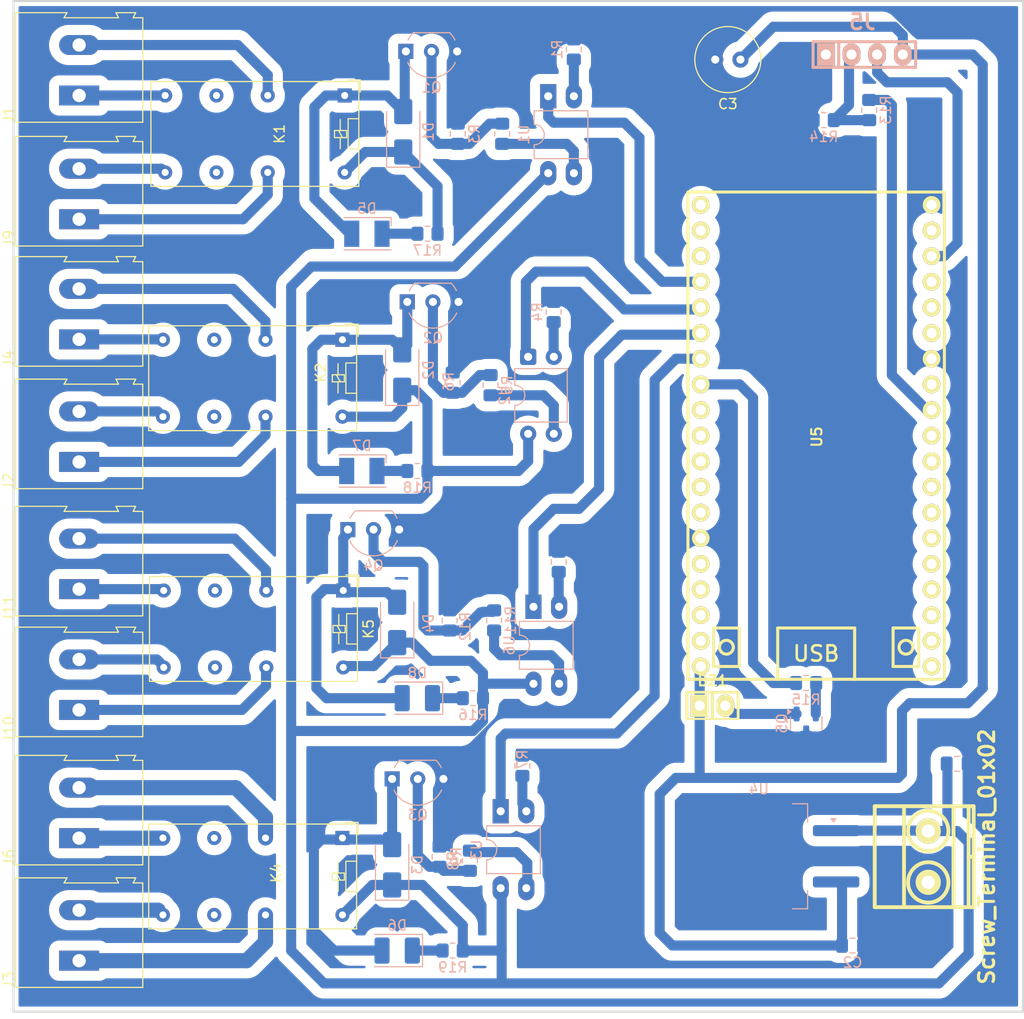
<source format=kicad_pcb>
(kicad_pcb (version 20241229) (generator "pcbnew") (generator_version "9.0")
  (layers (0 "F.Cu" signal) (2 "B.Cu" signal) (13 "F.Paste" user) (15 "B.Paste" user) (5 "F.SilkS" user "F.Silkscreen") (7 "B.SilkS" user "B.Silkscreen") (1 "F.Mask" user) (3 "B.Mask" user) (25 "Edge.Cuts" user))
  (net 0 "")
  (net 1 "Net-(J1-Pin_1)")
  (net 2 "GND")
  (net 3 "Net-(D1-A)")
  (net 4 "+5V")
  (net 5 "VCC")
  (net 6 "echo")
  (net 7 "trig")
  (net 8 "Net-(R1-Pad2)")
  (net 9 "Net-(R2-Pad1)")
  (net 14 "Net-(BZ1--)")
  (net 26 "Net-(Q5-B)")
  (net 37 "Net-(D2-A)")
  (net 38 "Net-(D4-A)")
  (net 39 "Net-(J4-Pin_1)")
  (net 40 "Net-(R4-Pad2)")
  (net 41 "Net-(Q2-B)")
  (net 42 "Net-(R5-Pad1)")
  (net 43 "Net-(R7-Pad2)")
  (net 44 "Net-(Q3-B)")
  (net 45 "Net-(R8-Pad1)")
  (net 46 "Net-(R10-Pad2)")
  (net 47 "Net-(Q4-B)")
  (net 48 "Net-(R11-Pad1)")
  (net 49 "VCC1")
  (net 50 "Net-(J5-Pin_2)")
  (net 52 "Net-(J10-Pin_2)")
  (net 54 "Net-(J11-Pin_1)")
  (net 55 "Net-(J9-Pin_2)")
  (net 58 "Net-(J2-Pin_2)")
  (net 61 "Net-(J3-Pin_2)")
  (net 62 "Net-(J6-Pin_1)")
  (net 64 "gpio1")
  (net 65 "gpio2")
  (net 66 "gpio4")
  (net 67 "gpio3")
  (net 68 "Net-(U5-IO33)")
  (net 69 "Net-(Q1-B)")
  (net 71 "Net-(D5-A)")
  (net 72 "Net-(D7-A)")
  (net 73 "22")
  (net 74 "88")
  (net 75 "66")
  (net 76 "77")
  (net 77 "55")
  (net 78 "11")
  (net 79 "33")
  (net 80 "44")
  (net 82 "Net-(D3-A)")
  (net 83 "Net-(D6-A)")
  (net 84 "Net-(D8-A)")
  (footprint "EESTN5:BORNERA2" (layer "F.Cu") (at 188.6 134.2 90)
    (property "Reference" "J7" (hide yes))
    (property "Value" "Screw_Terminal_01x02")
  )
  (footprint "TerminalBlock:TerminalBlock_Altech_AK300-2_P5.00mm" (layer "F.Cu") (at 104.5 71.065 90)
    (property "Reference" "J9")
    (property "Value" "Screw_Terminal_01x02")
  )
  (footprint "TerminalBlock:TerminalBlock_Altech_AK300-2_P5.00mm" (layer "F.Cu") (at 104.5 119.665 90)
    (property "Reference" "J10")
    (property "Value" "Screw_Terminal_01x02")
  )
  (footprint "Relay_THT:Relay_DPDT_Omron_G5V-2" (layer "F.Cu") (at 130.6575 107.8375 -90)
    (property "Reference" "K5")
    (property "Value" "G5V-2")
  )
  (footprint "TerminalBlock:TerminalBlock_Altech_AK300-2_P5.00mm" (layer "F.Cu") (at 104.5 82.965 90)
    (property "Reference" "J4")
    (property "Value" "Screw_Terminal_01x02")
  )
  (footprint "Relay_THT:Relay_DPDT_Omron_G5V-2" (layer "F.Cu") (at 130.8 58.8075 -90)
    (property "Reference" "K1")
    (property "Value" "G5V-2")
  )
  (footprint "Relay_THT:Relay_DPDT_Omron_G5V-2" (layer "F.Cu") (at 130.58 83 -90)
    (property "Reference" "K2")
    (property "Value" "G5V-2")
  )
  (footprint "TerminalBlock:TerminalBlock_Altech_AK300-2_P5.00mm" (layer "F.Cu") (at 104.5 144.5 90)
    (property "Reference" "J3")
    (property "Value" "Screw_Terminal_01x02")
  )
  (footprint "EESTN5:Pin_Header_2" (layer "F.Cu") (at 167.23 118.9325)
    (property "Reference" "BZ1")
    (property "Value" "Buzzer" (hide yes))
  )
  (footprint "TerminalBlock:TerminalBlock_Altech_AK300-2_P5.00mm" (layer "F.Cu") (at 104.5 95.1 90)
    (property "Reference" "J2")
    (property "Value" "Screw_Terminal_01x02")
  )
  (footprint "TerminalBlock:TerminalBlock_Altech_AK300-2_P5.00mm" (layer "F.Cu") (at 104.5 107.7 90)
    (property "Reference" "J11")
    (property "Value" "Screw_Terminal_01x02")
  )
  (footprint "TerminalBlock:TerminalBlock_Altech_AK300-2_P5.00mm" (layer "F.Cu") (at 104.5 132.365 90)
    (property "Reference" "J6")
    (property "Value" "Screw_Terminal_01x02")
  )
  (footprint "Capacitor_THT:C_Radial_D6.3mm_H5.0mm_P2.50mm" (layer "F.Cu") (at 170 55.25 180)
    (property "Reference" "C3")
    (property "Value" "C_Polarized")
  )
  (footprint "TerminalBlock:TerminalBlock_Altech_AK300-2_P5.00mm" (layer "F.Cu") (at 104.5 58.8075 90)
    (property "Reference" "J1")
    (property "Value" "Screw_Terminal_01x02")
  )
  (footprint "Relay_THT:Relay_DPDT_Omron_G5V-2" (layer "F.Cu") (at 130.58 132.35 -90)
    (property "Reference" "K4")
    (property "Value" "G5V-2")
  )
  (footprint "EESTN5:ESP32S" (layer "F.Cu") (at 177.5 92.5 -90)
    (property "Reference" "U5")
    (property "Value" "ESP32_DEVKITC" (hide yes))
  )
  (footprint "LED_SMD:LED_PLCC-2_3.4x3.0mm_AK" (layer "B.Cu") (at 133 72.5 180)
    (property "Reference" "D5")
    (property "Value" "LED")
  )
  (footprint "Resistor_SMD:R_0805_2012Metric_Pad1.20x1.40mm_HandSolder" (layer "B.Cu") (at 145.6 110.8 90)
    (property "Reference" "R11")
    (property "Value" "1k")
  )
  (footprint "EESTN5:DIP-4_PC817" (layer "B.Cu") (at 146.25 129.7 -90)
    (property "Reference" "U3")
    (property "Value" "PC817" (hide yes))
  )
  (footprint "Resistor_SMD:R_0805_2012Metric_Pad1.20x1.40mm_HandSolder" (layer "B.Cu") (at 143.5 118.5)
    (property "Reference" "R16")
    (property "Value" "1k")
  )
  (footprint "LED_SMD:LED_PLCC-2_3.4x3.0mm_AK" (layer "B.Cu") (at 132.5 96 180)
    (property "Reference" "D7")
    (property "Value" "LED")
  )
  (footprint "Resistor_SMD:R_0805_2012Metric_Pad1.20x1.40mm_HandSolder" (layer "B.Cu") (at 143.2 134.6 -90)
    (property "Reference" "R8")
    (property "Value" "1k")
  )
  (footprint "Capacitor_SMD:C_0805_2012Metric_Pad1.18x1.45mm_HandSolder" (layer "B.Cu") (at 181.1 143)
    (property "Reference" "C2")
    (property "Value" "C")
  )
  (footprint "Capacitor_SMD:C_0805_2012Metric_Pad1.18x1.45mm_HandSolder" (layer "B.Cu") (at 191.4625 125)
    (property "Reference" "C1" (hide yes))
    (property "Value" "C")
  )
  (footprint "Resistor_SMD:R_0805_2012Metric_Pad1.20x1.40mm_HandSolder" (layer "B.Cu") (at 148.4 125.2 -90)
    (property "Reference" "R7")
    (property "Value" "220")
  )
  (footprint "Resistor_SMD:R_0805_2012Metric_Pad1.20x1.40mm_HandSolder" (layer "B.Cu") (at 141.2 110.8 90)
    (property "Reference" "R12")
    (property "Value" "10k")
  )
  (footprint "Resistor_SMD:R_0805_2012Metric_Pad1.20x1.40mm_HandSolder" (layer "B.Cu") (at 176.5 117)
    (property "Reference" "R15")
    (property "Value" "1k")
  )
  (footprint "Package_DIP:DIP-4_W7.62mm" (layer "B.Cu") (at 148.975 84.695 -90)
    (property "Reference" "U2")
    (property "Value" "PC817")
  )
  (footprint "Package_TO_SOT_THT:TO-92_Inline_Wide" (layer "B.Cu") (at 137 79.25)
    (property "Reference" "Q2")
    (property "Value" "BC547")
  )
  (footprint "Diode_SMD:D_SMA" (layer "B.Cu") (at 136.6 62.4 90)
    (property "Reference" "D1")
    (property "Value" "1n4007")
  )
  (footprint "Package_TO_SOT_SMD:TO-263-3_TabPin2" (layer "B.Cu") (at 171.825 134.16 180)
    (property "Reference" "U4")
    (property "Value" "L7805")
  )
  (footprint "EESTN5:pin_strip_4" (layer "B.Cu") (at 182.27 54.75)
    (property "Reference" "J5")
    (property "Value" "Screw_Terminal_01x04" (hide yes))
  )
  (footprint "Diode_SMD:D_SMA" (layer "B.Cu") (at 135.5 135 90)
    (property "Reference" "D3")
    (property "Value" "1n4007")
  )
  (footprint "Diode_SMD:D_SMA" (layer "B.Cu") (at 136.5 86 90)
    (property "Reference" "D2")
    (property "Value" "1n4007")
  )
  (footprint "EESTN5:DIP-4_PC817" (layer "B.Cu") (at 149.5 109.45 -90)
    (property "Reference" "U6")
    (property "Value" "PC817" (hide yes))
  )
  (footprint "Resistor_SMD:R_0805_2012Metric_Pad1.20x1.40mm_HandSolder" (layer "B.Cu") (at 146.4 62.6 90)
    (property "Reference" "R2" (hide yes))
    (property "Value" "1k")
  )
  (footprint "Resistor_SMD:R_0805_2012Metric_Pad1.20x1.40mm_HandSolder" (layer "B.Cu") (at 139 72.5)
    (property "Reference" "R17")
    (property "Value" "1k")
  )
  (footprint "LED_SMD:LED_PLCC-2_3.4x3.0mm_AK" (layer "B.Cu") (at 136 143.5 180)
    (property "Reference" "D6")
    (property "Value" "LED")
  )
  (footprint "Resistor_SMD:R_0805_2012Metric_Pad1.20x1.40mm_HandSolder" (layer "B.Cu") (at 138 96)
    (property "Reference" "R18")
    (property "Value" "1k")
  )
  (footprint "Package_TO_SOT_THT:TO-92_Inline_Wide" (layer "B.Cu") (at 135.5 126.5)
    (property "Reference" "Q3")
    (property "Value" "BC547")
  )
  (footprint "Resistor_SMD:R_0805_2012Metric_Pad1.20x1.40mm_HandSolder" (layer "B.Cu") (at 141.5 143.5)
    (property "Reference" "R19")
    (property "Value" "1k")
  )
  (footprint "Package_TO_SOT_SMD:SOT-23" (layer "B.Cu") (at 176.5125 121 -90)
    (property "Reference" "Q5")
    (property "Value" "BC547")
  )
  (footprint "Resistor_SMD:R_0805_2012Metric_Pad1.20x1.40mm_HandSolder" (layer "B.Cu") (at 178.25 61.25)
    (property "Reference" "R14")
    (property "Value" "2K")
  )
  (footprint "EESTN5:DIP-4_PC817" (layer "B.Cu") (at 150.96 58.88 -90)
    (property "Reference" "U1")
    (property "Value" "PC817" (hide yes))
  )
  (footprint "Package_TO_SOT_THT:TO-92_Inline_Wide" (layer "B.Cu") (at 136.86 54.44)
    (property "Reference" "Q1")
    (property "Value" "BC547")
  )
  (footprint "Resistor_SMD:R_0805_2012Metric_Pad1.20x1.40mm_HandSolder" (layer "B.Cu") (at 141.5 87.25 90)
    (property "Reference" "R6")
    (property "Value" "10k")
  )
  (footprint "Resistor_SMD:R_0805_2012Metric_Pad1.20x1.40mm_HandSolder" (layer "B.Cu") (at 153.5 54.25 -90)
    (property "Reference" "R1")
    (property "Value" "220")
  )
  (footprint "Resistor_SMD:R_0805_2012Metric_Pad1.20x1.40mm_HandSolder" (layer "B.Cu") (at 145.25 87.5 90)
    (property "Reference" "R5")
    (property "Value" "1k")
  )
  (footprint "Resistor_SMD:R_0805_2012Metric_Pad1.20x1.40mm_HandSolder" (layer "B.Cu") (at 152 105 -90)
    (property "Reference" "R10" (hide yes))
    (property "Value" "220")
  )
  (footprint "Diode_SMD:D_SMA" (layer "B.Cu") (at 136 111 90)
    (property "Reference" "D4")
    (property "Value" "1n4007")
  )
  (footprint "Resistor_SMD:R_0805_2012Metric_Pad1.20x1.40mm_HandSolder" (layer "B.Cu") (at 142 62.6 90)
    (property "Reference" "R3")
    (property "Value" "10k" (hide yes))
  )
  (footprint "Package_TO_SOT_THT:TO-92_Inline_Wide" (layer "B.Cu") (at 131.12 101.8)
    (property "Reference" "Q4")
    (property "Value" "BC547")
  )
  (footprint "LED_SMD:LED_PLCC-2_3.4x3.0mm_AK" (layer "B.Cu") (at 138 118.5 180)
    (property "Reference" "D8")
    (property "Value" "LED")
  )
  (footprint "Resistor_SMD:R_0805_2012Metric_Pad1.20x1.40mm_HandSolder" (layer "B.Cu") (at 140.2 134.2 90)
    (property "Reference" "R9")
    (property "Value" "10k" (hide yes))
  )
  (footprint "Resistor_SMD:R_0805_2012Metric_Pad1.20x1.40mm_HandSolder" (layer "B.Cu") (at 182.75 60.25 90)
    (property "Reference" "R13")
    (property "Value" "1K")
  )
  (footprint "Resistor_SMD:R_0805_2012Metric_Pad1.20x1.40mm_HandSolder" (layer "B.Cu") (at 151.5 80.25 -90)
    (property "Reference" "R4")
    (property "Value" "220")
  )
  (gr_rect (start 98 49.45) (end 198 149.55) (stroke (width 0.2)) (fill no) (layer "Edge.Cuts"))
  (segment (start 104.5 58.8075) (end 113.02 58.8075) (width 1) (layer "B.Cu") (net 1))
  (segment (start 136.75 60.25) (end 136.6 60.4) (width 1) (layer "B.Cu") (net 3))
  (segment (start 135.0075 58.8075) (end 128.9425 58.8075) (width 1) (layer "B.Cu") (net 3))
  (segment (start 127.8 69) (end 131.3 72.5) (width 1) (layer "B.Cu") (net 3))
  (segment (start 127.8 59.95) (end 127.8 69) (width 1) (layer "B.Cu") (net 3))
  (segment (start 136.75 54.55) (end 136.75 60.25) (width 1) (layer "B.Cu") (net 3))
  (segment (start 131.3 72.5) (end 131.5 72.5) (width 1) (layer "B.Cu") (net 3))
  (segment (start 128.9425 58.8075) (end 127.8 59.95) (width 1) (layer "B.Cu") (net 3))
  (segment (start 136.86 54.44) (end 136.75 54.55) (width 1) (layer "B.Cu") (net 3))
  (segment (start 136.6 60.4) (end 135.0075 58.8075) (width 1) (layer "B.Cu") (net 3))
  (segment (start 186 119.75) (end 186.75 119) (width 1) (layer "B.Cu") (net 4))
  (segment (start 185.25 52) (end 186.08 52.83) (width 1) (layer "B.Cu") (net 4))
  (segment (start 185.6 126.4) (end 186 126) (width 1) (layer "B.Cu") (net 4))
  (segment (start 186.75 119) (end 192.5 119) (width 1) (layer "B.Cu") (net 4))
  (segment (start 194 117.5) (end 194 55.75) (width 1) (layer "B.Cu") (net 4))
  (segment (start 186 126) (end 186 119.75) (width 1) (layer "B.Cu") (net 4))
  (segment (start 163.6 126.4) (end 185.6 126.4) (width 1) (layer "B.Cu") (net 4))
  (segment (start 180.0625 143) (end 163.25 143) (width 1) (layer "B.Cu") (net 4))
  (segment (start 163.25 143) (end 162 141.75) (width 1) (layer "B.Cu") (net 4))
  (segment (start 170 55.25) (end 173.25 52) (width 1) (layer "B.Cu") (net 4))
  (segment (start 180.0625 143) (end 180.0625 137.2875) (width 1) (layer "B.Cu") (net 4))
  (segment (start 162 141.75) (end 162 128) (width 1) (layer "B.Cu") (net 4))
  (segment (start 194 55.75) (end 193 54.75) (width 1) (layer "B.Cu") (net 4))
  (segment (start 186.08 52.83) (end 186.08 54.75) (width 1) (layer "B.Cu") (net 4))
  (segment (start 192.5 119) (end 194 117.5) (width 1) (layer "B.Cu") (net 4))
  (segment (start 162 128) (end 163.6 126.4) (width 1) (layer "B.Cu") (net 4))
  (segment (start 193 54.75) (end 186.08 54.75) (width 1) (layer "B.Cu") (net 4))
  (segment (start 173.25 52) (end 185.25 52) (width 1) (layer "B.Cu") (net 4))
  (segment (start 165.96 126.4) (end 165.96 115.47) (width 1) (layer "B.Cu") (net 4))
  (segment (start 165.96 115.47) (end 166.07 115.36) (width 1) (layer "B.Cu") (net 4))
  (segment (start 188.56 131.62) (end 188.6 131.66) (width 1) (layer "B.Cu") (net 5))
  (segment (start 190.5 131.66) (end 188.6 131.66) (width 1) (layer "B.Cu") (net 5))
  (segment (start 142.5 141) (end 142.5 143.5) (width 1) (layer "B.Cu") (net 5))
  (segment (start 146.35 146.5) (end 146.35 137.02) (width 1) (layer "B.Cu") (net 5))
  (segment (start 139 96) (end 139 98) (width 1) (layer "B.Cu") (net 5))
  (segment (start 144.5 116) (end 144.5 118.5) (width 1) (layer "B.Cu") (net 5))
  (segment (start 142.5 143.5) (end 146.35 143.5) (width 1) (layer "B.Cu") (net 5))
  (segment (start 139 98) (end 138.25 98.75) (width 1) (layer "B.Cu") (net 5))
  (segment (start 133.68 115.32) (end 130.63 115.32) (width 1) (layer "B.Cu") (net 5))
  (segment (start 148.975 92.315) (end 148.975 95.025) (width 1) (layer "B.Cu") (net 5))
  (segment (start 125.5 77.75) (end 125.5 143.5) (width 1) (layer "B.Cu") (net 5))
  (segment (start 139 89.15595) (end 139 96) (width 1) (layer "B.Cu") (net 5))
  (segment (start 190.5 125.075) (end 190.5 131.66) (width 1) (layer "B.Cu") (net 5))
  (segment (start 137.84405 88) (end 139 89.15595) (width 1) (layer "B.Cu") (net 5))
  (segment (start 127.5 75.75) (end 125.5 77.75) (width 1) (layer "B.Cu") (net 5))
  (segment (start 133.55 137) (end 130.58 139.97) (width 1) (layer "B.Cu") (net 5))
  (segment (start 136.5 89.75) (end 136.5 88) (width 1) (layer "B.Cu") (net 5))
  (segment (start 141.5 140) (end 142.5 141) (width 1) (layer "B.Cu") (net 5))
  (segment (start 179.475 131.62) (end 188.56 131.62) (width 1) (layer "B.Cu") (net 5))
  (segment (start 150.96 66.5) (end 141.71 75.75) (width 1) (layer "B.Cu") (net 5))
  (segment (start 141.71 75.75) (end 127.5 75.75) (width 1) (layer "B.Cu") (net 5))
  (segment (start 135.63 90.62) (end 136.5 89.75) (width 1) (layer "B.Cu") (net 5))
  (segment (start 144.5 118.5) (end 144.5 120.75) (width 1) (layer "B.Cu") (net 5))
  (segment (start 130.58 90.62) (end 135.63 90.62) (width 1) (layer "B.Cu") (net 5))
  (segment (start 190.425 125) (end 190.5 125.075) (width 1) (layer "B.Cu") (net 5))
  (segment (start 135.5 137) (end 133.55 137) (width 1) (layer "B.Cu") (net 5))
  (segment (start 144.5 120.75) (end 143.5 121.75) (width 1) (layer "B.Cu") (net 5))
  (segment (start 138.25 98.75) (end 125.5 98.75) (width 1) (layer "B.Cu") (net 5))
  (segment (start 135.5 137) (end 138.5 137) (width 1) (layer "B.Cu") (net 5))
  (segment (start 146.35 137.02) (end 146.35 137.780552) (width 1) (layer "B.Cu") (net 5))
  (segment (start 192.6 143.8) (end 192.6 132.8) (width 1) (layer "B.Cu") (net 5))
  (segment (start 148 96) (end 139 96) (width 1) (layer "B.Cu") (net 5))
  (segment (start 143.5 121.75) (end 126 121.75) (width 1) (layer "B.Cu") (net 5))
  (segment (start 136.5 88) (end 137.84405 88) (width 1) (layer "B.Cu") (net 5))
  (segment (start 189.65 146.75) (end 192.6 143.8) (width 1) (layer "B.Cu") (net 5))
  (segment (start 137.5 113) (end 139.3 114.8) (width 1) (layer "B.Cu") (net 5))
  (segment (start 128.75 146.75) (end 189.65 146.75) (width 1) (layer "B.Cu") (net 5))
  (segment (start 149.5 117.07) (end 144.5 117.07) (width 1) (layer "B.Cu") (net 5))
  (segment (start 192.6 132.8) (end 191.46 131.66) (width 1) (layer "B.Cu") (net 5))
  (segment (start 191.46 131.66) (end 188.6 131.66) (width 1) (layer "B.Cu") (net 5))
  (segment (start 139.3 114.8) (end 143.3 114.8) (width 1) (layer "B.Cu") (net 5))
  (segment (start 143.3 114.8) (end 144.5 116) (width 1) (layer "B.Cu") (net 5))
  (segment (start 144.5 117.07) (end 144.5 118.5) (width 1) (layer "B.Cu") (net 5))
  (segment (start 125.5 143.5) (end 128.75 146.75) (width 1) (layer "B.Cu") (net 5))
  (segment (start 136 113) (end 137.5 113) (width 1) (layer "B.Cu") (net 5))
  (segment (start 138.5 137) (end 142.5 141) (width 1) (layer "B.Cu") (net 5))
  (segment (start 148.975 95.025) (end 148 96) (width 1) (layer "B.Cu") (net 5))
  (segment (start 133.68 115.32) (end 136 113) (width 1) (layer "B.Cu") (net 5))
  (segment (start 188.93 74.72) (end 190.167436 74.72) (width 1) (layer "B.Cu") (net 6))
  (segment (start 184.5 57.5) (end 183.54 56.54) (width 1) (layer "B.Cu") (net 6))
  (segment (start 190.5 57.5) (end 184.5 57.5) (width 1) (layer "B.Cu") (net 6))
  (segment (start 191.5 58.5) (end 190.5 57.5) (width 1) (layer "B.Cu") (net 6))
  (segment (start 190.167436 74.72) (end 191.5 73.387436) (width 1) (layer "B.Cu") (net 6))
  (segment (start 191.5 73.387436) (end 191.5 58.5) (width 1) (layer "B.Cu") (net 6))
  (segment (start 183.54 56.54) (end 183.54 54.75) (width 1) (layer "B.Cu") (net 6))
  (segment (start 188.463382 89.96) (end 185 86.496618) (width 1) (layer "B.Cu") (net 7))
  (segment (start 185 86.496618) (end 185 59.75) (width 1) (layer "B.Cu") (net 7))
  (segment (start 188.93 89.96) (end 188.463382 89.96) (width 1) (layer "B.Cu") (net 7))
  (segment (start 184.5 59.25) (end 182.75 59.25) (width 1) (layer "B.Cu") (net 7))
  (segment (start 185 59.75) (end 184.5 59.25) (width 1) (layer "B.Cu") (net 7))
  (segment (start 153.5 58.88) (end 153.5 55.5) (width 1) (layer "B.Cu") (net 8))
  (segment (start 146.4 63.6) (end 152.8 63.6) (width 1) (layer "B.Cu") (net 9))
  (segment (start 153.5 64.3) (end 153.5 66.5) (width 1) (layer "B.Cu") (net 9))
  (segment (start 152.8 63.6) (end 153.5 64.3) (width 1) (layer "B.Cu") (net 9))
  (segment (start 169.3125 120.0625) (end 168.5 119.25) (width 1) (layer "B.Cu") (net 14))
  (segment (start 175.5625 120.0625) (end 169.3125 120.0625) (width 1) (layer "B.Cu") (net 14))
  (segment (start 177.4625 120.0625) (end 177.4625 117.0375) (width 1) (layer "B.Cu") (net 26))
  (segment (start 177.4625 117.0375) (end 177.5 117) (width 1) (layer "B.Cu") (net 26))
  (segment (start 135.5 83) (end 130.58 83) (width 1) (layer "B.Cu") (net 37))
  (segment (start 131 96) (end 128.2 96) (width 1) (layer "B.Cu") (net 37))
  (segment (start 136.5 84) (end 135.5 83) (width 1) (layer "B.Cu") (net 37))
  (segment (start 137 83.5) (end 137 79.25) (width 1) (layer "B.Cu") (net 37))
  (segment (start 127.6 83.9) (end 128.5 83) (width 1) (layer "B.Cu") (net 37))
  (segment (start 136.5 84) (end 137 83.5) (width 1) (layer "B.Cu") (net 37))
  (segment (start 127.6 95.4) (end 127.6 83.9) (width 1) (layer "B.Cu") (net 37))
  (segment (start 128.2 96) (end 127.6 95.4) (width 1) (layer "B.Cu") (net 37))
  (segment (start 128.5 83) (end 130.58 83) (width 1) (layer "B.Cu") (net 37))
  (segment (start 130.93 108) (end 130.63 107.7) (width 1) (layer "B.Cu") (net 38))
  (segment (start 128 117.5) (end 129 118.5) (width 1) (layer "B.Cu") (net 38))
  (segment (start 136 109) (end 135 108) (width 1) (layer "B.Cu") (net 38))
  (segment (start 130.6575 107.6725) (end 130.63 107.7) (width 1) (layer "B.Cu") (net 38))
  (segment (start 135 108) (end 130.93 108) (width 1) (layer "B.Cu") (net 38))
  (segment (start 130.63 107.7) (end 128.8 107.7) (width 1) (layer "B.Cu") (net 38))
  (segment (start 129 118.5) (end 136.5 118.5) (width 1) (layer "B.Cu") (net 38))
  (segment (start 131.26 102.04) (end 130.6575 102.6425) (width 1) (layer "B.Cu") (net 38))
  (segment (start 130.6575 102.6425) (end 130.6575 107.6725) (width 1) (layer "B.Cu") (net 38))
  (segment (start 128.8 107.7) (end 128 108.5) (width 1) (layer "B.Cu") (net 38))
  (segment (start 128 108.5) (end 128 117.5) (width 1) (layer "B.Cu") (net 38))
  (segment (start 112.765 82.965) (end 112.8 83) (width 1) (layer "B.Cu") (net 39))
  (segment (start 104.5 82.965) (end 112.765 82.965) (width 1) (layer "B.Cu") (net 39))
  (segment (start 151.5 81.25) (end 151.5 84.68) (width 1) (layer "B.Cu") (net 40))
  (segment (start 151.5 84.68) (end 151.515 84.695) (width 1) (layer "B.Cu") (net 40))
  (segment (start 144.179662 86.5) (end 142.429662 88.25) (width 1) (layer "B.Cu") (net 41))
  (segment (start 140.570338 88.25) (end 139.54 87.219662) (width 1) (layer "B.Cu") (net 41))
  (segment (start 142.429662 88.25) (end 141.5 88.25) (width 1) (layer "B.Cu") (net 41))
  (segment (start 145.25 86.5) (end 144.179662 86.5) (width 1) (layer "B.Cu") (net 41))
  (segment (start 141.5 88.25) (end 140.570338 88.25) (width 1) (layer "B.Cu") (net 41))
  (segment (start 139.54 87.219662) (end 139.54 79.25) (width 1) (layer "B.Cu") (net 41))
  (segment (start 151.515 89.515) (end 150.5 88.5) (width 1) (layer "B.Cu") (net 42))
  (segment (start 150.5 88.5) (end 145.25 88.5) (width 1) (layer "B.Cu") (net 42))
  (segment (start 151.515 92.315) (end 151.515 89.515) (width 1) (layer "B.Cu") (net 42))
  (segment (start 148.4 126.2) (end 148.4 128.91) (width 1) (layer "B.Cu") (net 43))
  (segment (start 148.4 128.91) (end 148.89 129.4) (width 1) (layer "B.Cu") (net 43))
  (segment (start 138.04 134.04) (end 139.2 135.2) (width 1) (layer "B.Cu") (net 44))
  (segment (start 139.2 135.2) (end 140.2 135.2) (width 1) (layer "B.Cu") (net 44))
  (segment (start 138.04 126.5) (end 138.04 134.04) (width 1) (layer "B.Cu") (net 44))
  (segment (start 140.6 135.6) (end 143.2 135.6) (width 1) (layer "B.Cu") (net 44))
  (segment (start 140.2 135.2) (end 140.6 135.6) (width 1) (layer "B.Cu") (net 44))
  (segment (start 147.82 133.75) (end 148.89 134.82) (width 1) (layer "B.Cu") (net 45))
  (segment (start 148.89 134.82) (end 148.89 137.02) (width 1) (layer "B.Cu") (net 45))
  (segment (start 143.2 133.6) (end 143.35 133.75) (width 1) (layer "B.Cu") (net 45))
  (segment (start 143.35 133.75) (end 147.82 133.75) (width 1) (layer "B.Cu") (net 45))
  (segment (start 152 106) (end 152 109.41) (width 1) (layer "B.Cu") (net 46))
  (segment (start 152 109.41) (end 152.04 109.45) (width 1) (layer "B.Cu") (net 46))
  (segment (start 138.6 105.4) (end 138.6 111.4) (width 1) (layer "B.Cu") (net 47))
  (segment (start 139 111.8) (end 141.2 111.8) (width 1) (layer "B.Cu") (net 47))
  (segment (start 134.6 105) (end 138.2 105) (width 1) (layer "B.Cu") (net 47))
  (segment (start 133.66 101.8) (end 133.66 104.06) (width 1) (layer "B.Cu") (net 47))
  (segment (start 141.2 111.8) (end 142.45 111.8) (width 1) (layer "B.Cu") (net 47))
  (segment (start 138.2 105) (end 138.6 105.4) (width 1) (layer "B.Cu") (net 47))
  (segment (start 133.66 104.06) (end 134.6 105) (width 1) (layer "B.Cu") (net 47))
  (segment (start 138.6 111.4) (end 139 111.8) (width 1) (layer "B.Cu") (net 47))
  (segment (start 145.451 109.949) (end 145.6 109.8) (width 1) (layer "B.Cu") (net 47))
  (segment (start 144.521338 109.949) (end 145.451 109.949) (width 1) (layer "B.Cu") (net 47))
  (segment (start 142.45 111.8) (end 144.25 110) (width 1) (layer "B.Cu") (net 47))
  (segment (start 144.470338 110) (end 144.521338 109.949) (width 1) (layer "B.Cu") (net 47))
  (segment (start 144.25 110) (end 144.470338 110) (width 1) (layer "B.Cu") (net 47))
  (segment (start 145.6 113.6) (end 146.25 114.25) (width 1) (layer "B.Cu") (net 48))
  (segment (start 145.6 111.8) (end 145.6 113.6) (width 1) (layer "B.Cu") (net 48))
  (segment (start 151.25 114.25) (end 152.04 115.04) (width 1) (layer "B.Cu") (net 48))
  (segment (start 146.25 114.25) (end 151.25 114.25) (width 1) (layer "B.Cu") (net 48))
  (segment (start 152.04 115.04) (end 152.04 117.07) (width 1) (layer "B.Cu") (net 48))
  (segment (start 140 67.8) (end 140 72.5) (width 1) (layer "B.Cu") (net 49))
  (segment (start 132.8275 64.4) (end 130.8 66.4275) (width 1) (layer "B.Cu") (net 49))
  (segment (start 136.6 64.4) (end 140 67.8) (width 1) (layer "B.Cu") (net 49))
  (segment (start 136.6 64.4) (end 132.8275 64.4) (width 1) (layer "B.Cu") (net 49))
  (segment (start 181 54.75) (end 180.75 55) (width 1) (layer "B.Cu") (net 50))
  (segment (start 180.75 55) (end 180.75 59.75) (width 1) (layer "B.Cu") (net 50))
  (segment (start 182.75 61.25) (end 179.25 61.25) (width 1) (layer "B.Cu") (net 50))
  (segment (start 180.75 59.75) (end 179.25 61.25) (width 1) (layer "B.Cu") (net 50))
  (segment (start 112.195 114.665) (end 112.85 115.32) (width 1) (layer "B.Cu") (net 52))
  (segment (start 104.5 114.665) (end 112.195 114.665) (width 1) (layer "B.Cu") (net 52))
  (segment (start 104.5 107.7) (end 112.85 107.7) (width 1) (layer "B.Cu") (net 54))
  (segment (start 112.6575 66.065) (end 113.02 66.4275) (width 1) (layer "B.Cu") (net 55))
  (segment (start 104.5 66.065) (end 112.6575 66.065) (width 1) (layer "B.Cu") (net 55))
  (segment (start 104.5 90.1) (end 112.28 90.1) (width 1) (layer "B.Cu") (net 58))
  (segment (start 112.28 90.1) (end 112.8 90.62) (width 1) (layer "B.Cu") (net 58))
  (segment (start 112.33 139.5) (end 112.8 139.97) (width 1) (layer "B.Cu") (net 61))
  (segment (start 104.5 139.5) (end 112.33 139.5) (width 1.5) (layer "B.Cu") (net 61))
  (segment (start 112.785 132.365) (end 112.8 132.35) (width 1) (layer "B.Cu") (net 62))
  (segment (start 104.5 132.365) (end 112.785 132.365) (width 1.5) (layer "B.Cu") (net 62))
  (segment (start 160 75) (end 162.26 77.26) (width 1) (layer "B.Cu") (net 64))
  (segment (start 150.96 60.96) (end 151.5 61.5) (width 1) (layer "B.Cu") (net 64))
  (segment (start 162.26 77.26) (end 166.07 77.26) (width 1) (layer "B.Cu") (net 64))
  (segment (start 151.5 61.5) (end 158.5 61.5) (width 1) (layer "B.Cu") (net 64))
  (segment (start 158.5 61.5) (end 160 63) (width 1) (layer "B.Cu") (net 64))
  (segment (start 150.96 58.88) (end 150.96 60.96) (width 1) (layer "B.Cu") (net 64))
  (segment (start 160 63) (end 160 75) (width 1) (layer "B.Cu") (net 64))
  (segment (start 148.75 84.47) (end 148.975 84.695) (width 1) (layer "B.Cu") (net 65))
  (segment (start 166.07 79.8) (end 165.87 80) (width 1) (layer "B.Cu") (net 65))
  (segment (start 154.75 76.25) (end 149.75 76.25) (width 1) (layer "B.Cu") (net 65))
  (segment (start 165.87 80) (end 158.5 80) (width 1) (layer "B.Cu") (net 65))
  (segment (start 158.5 80) (end 154.75 76.25) (width 1) (layer "B.Cu") (net 65))
  (segment (start 148.75 77.25) (end 148.75 84.47) (width 1) (layer "B.Cu") (net 65))
  (segment (start 149.75 76.25) (end 148.75 77.25) (width 1) (layer "B.Cu") (net 65))
  (segment (start 146.75 122) (end 146.25 122.5) (width 1) (layer "B.Cu") (net 66))
  (segment (start 157.75 122) (end 146.75 122) (width 1) (layer "B.Cu") (net 66))
  (segment (start 163.62 84.88) (end 161.5 87) (width 1) (layer "B.Cu") (net 66))
  (segment (start 146.35 129.6) (end 146.35 129.4) (width 1) (layer "B.Cu") (net 66))
  (segment (start 166.07 84.88) (end 163.62 84.88) (width 1) (layer "B.Cu") (net 66))
  (segment (start 161.5 118.25) (end 157.75 122) (width 1) (layer "B.Cu") (net 66))
  (segment (start 161.5 87) (end 161.5 118.25) (width 1) (layer "B.Cu") (net 66))
  (segment (start 146.25 129.7) (end 146.35 129.6) (width 1) (layer "B.Cu") (net 66))
  (segment (start 146.25 122.5) (end 146.25 129.7) (width 1) (layer "B.Cu") (net 66))
  (segment (start 151.5 99.75) (end 154 99.75) (width 1) (layer "B.Cu") (net 67))
  (segment (start 158.25 82.5) (end 165.91 82.5) (width 1) (layer "B.Cu") (net 67))
  (segment (start 165.91 82.5) (end 166.07 82.34) (width 1) (layer "B.Cu") (net 67))
  (segment (start 149.5 101.75) (end 151.5 99.75) (width 1) (layer "B.Cu") (net 67))
  (segment (start 154 99.75) (end 156 97.75) (width 1) (layer "B.Cu") (net 67))
  (segment (start 149.5 109.45) (end 149.5 101.75) (width 1) (layer "B.Cu") (net 67))
  (segment (start 156 97.75) (end 156 84.75) (width 1) (layer "B.Cu") (net 67))
  (segment (start 156 84.75) (end 158.25 82.5) (width 1) (layer "B.Cu") (net 67))
  (segment (start 171.25 114.9875) (end 171.25 88.75) (width 1) (layer "B.Cu") (net 68))
  (segment (start 171.25 88.75) (end 169.92 87.42) (width 1) (layer "B.Cu") (net 68))
  (segment (start 173.2625 117) (end 171.25 114.9875) (width 1) (layer "B.Cu") (net 68))
  (segment (start 175.5 117) (end 173.2625 117) (width 1) (layer "B.Cu") (net 68))
  (segment (start 169.92 87.42) (end 166.07 87.42) (width 1) (layer "B.Cu") (net 68))
  (segment (start 140.1 63.6) (end 142 63.6) (width 1) (layer "B.Cu") (net 69))
  (segment (start 139.4 62.9) (end 140.1 63.6) (width 1) (layer "B.Cu") (net 69))
  (segment (start 139.4 54.44) (end 139.4 62.9) (width 1) (layer "B.Cu") (net 69))
  (segment (start 143.15 63.6) (end 142 63.6) (width 1) (layer "B.Cu") (net 69))
  (segment (start 145.15 61.6) (end 143.15 63.6) (width 1) (layer "B.Cu") (net 69))
  (segment (start 146.4 61.6) (end 145.15 61.6) (width 1) (layer "B.Cu") (net 69))
  (segment (start 138 72.5) (end 134.5 72.5) (width 1) (layer "B.Cu") (net 71))
  (segment (start 137 96) (end 134 96) (width 1) (layer "B.Cu") (net 72))
  (segment (start 120.2075 53.8075) (end 123.18 56.78) (width 1) (layer "B.Cu") (net 73))
  (segment (start 104.5 53.8075) (end 120.2075 53.8075) (width 1) (layer "B.Cu") (net 73))
  (segment (start 123.18 56.78) (end 123.18 58.8075) (width 1) (layer "B.Cu") (net 73))
  (segment (start 104.5 95.1) (end 120.3 95.1) (width 1) (layer "B.Cu") (net 74))
  (segment (start 120.3 95.1) (end 122.96 92.44) (width 1) (layer "B.Cu") (net 74))
  (segment (start 122.96 92.44) (end 122.96 90.62) (width 1) (layer "B.Cu") (net 74))
  (segment (start 121.1 144.5) (end 122.96 142.64) (width 1.5) (layer "B.Cu") (net 75))
  (segment (start 104.5 144.5) (end 121.1 144.5) (width 1.5) (layer "B.Cu") (net 75))
  (segment (start 122.96 142.64) (end 122.96 139.97) (width 1.5) (layer "B.Cu") (net 75))
  (segment (start 122.96 81.16) (end 122.96 83) (width 1) (layer "B.Cu") (net 76))
  (segment (start 119.765 77.965) (end 122.96 81.16) (width 1) (layer "B.Cu") (net 76))
  (segment (start 104.5 77.965) (end 119.765 77.965) (width 1) (layer "B.Cu") (net 76))
  (segment (start 104.5 127.365) (end 120.015 127.365) (width 1.5) (layer "B.Cu") (net 77))
  (segment (start 120.015 127.365) (end 122.96 130.31) (width 1.5) (layer "B.Cu") (net 77))
  (segment (start 122.96 130.31) (end 122.96 132.35) (width 1.5) (layer "B.Cu") (net 77))
  (segment (start 123.18 68.62) (end 123.18 66.4275) (width 1) (layer "B.Cu") (net 78))
  (segment (start 104.5 71.065) (end 120.735 71.065) (width 1) (layer "B.Cu") (net 78))
  (segment (start 120.735 71.065) (end 123.18 68.62) (width 1) (layer "B.Cu") (net 78))
  (segment (start 120.635 119.665) (end 123.01 117.29) (width 1) (layer "B.Cu") (net 79))
  (segment (start 104.5 119.665) (end 120.635 119.665) (width 1) (layer "B.Cu") (net 79))
  (segment (start 123.01 117.29) (end 123.01 115.32) (width 1) (layer "B.Cu") (net 79))
  (segment (start 123.01 105.81) (end 123.01 107.7) (width 1) (layer "B.Cu") (net 80))
  (segment (start 104.5 102.7) (end 119.9 102.7) (width 1) (layer "B.Cu") (net 80))
  (segment (start 119.9 102.7) (end 123.01 105.81) (width 1) (layer "B.Cu") (net 80))
  (segment (start 128.5 132.5) (end 135 132.5) (width 1) (layer "B.Cu") (net 82))
  (segment (start 129.75 143.5) (end 127.75 141.5) (width 1) (layer "B.Cu") (net 82))
  (segment (start 135.5 133) (end 135.5 126.5) (width 1) (layer "B.Cu") (net 82))
  (segment (start 127.75 133.25) (end 128.5 132.5) (width 1) (layer "B.Cu") (net 82))
  (segment (start 134.5 143.5) (end 129.75 143.5) (width 1) (layer "B.Cu") (net 82))
  (segment (start 127.75 141.5) (end 127.75 133.25) (width 1) (layer "B.Cu") (net 82))
  (segment (start 135 132.5) (end 135.5 133) (width 1) (layer "B.Cu") (net 82))
  (segment (start 140.5 143.5) (end 137.5 143.5) (width 1) (layer "B.Cu") (net 83))
  (segment (start 139.5 118.5) (end 142.5 118.5) (width 1) (layer "B.Cu") (net 84))
  (zone (net 2) (net_name "GND") (layer "B.Cu") (connect_pads yes (clearance 1)) (min_thickness 0.25) (fill yes (thermal_gap 0.5) (thermal_bridge_width 0.5) (island_removal_mode 1) (island_area_min 10))
    (polygon (pts (xy 197.998266 49.450104) (xy 97.948266 49.450104) (xy 98.048024 149.550104) (xy 198.069187 149.663092)))
  )
)
</source>
